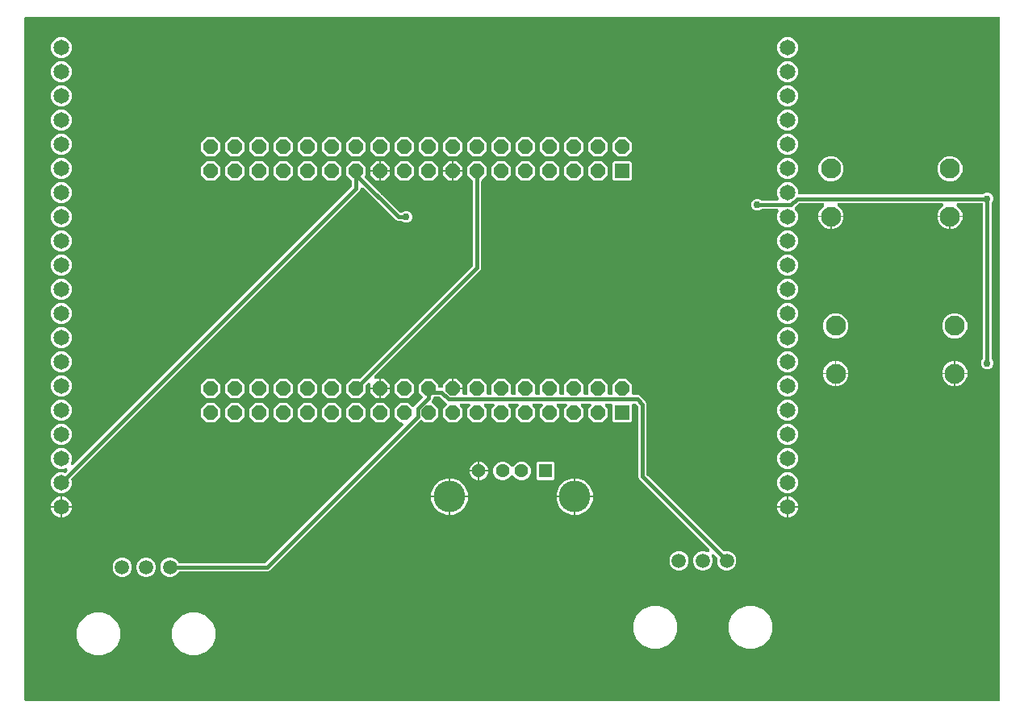
<source format=gbr>
G04 EAGLE Gerber RS-274X export*
G75*
%MOMM*%
%FSLAX34Y34*%
%LPD*%
%INBottom Copper*%
%IPPOS*%
%AMOC8*
5,1,8,0,0,1.08239X$1,22.5*%
G01*
G04 Define Apertures*
%ADD10R,1.428000X1.428000*%
%ADD11C,1.428000*%
%ADD12C,3.316000*%
%ADD13C,1.508000*%
%ADD14C,2.100000*%
%ADD15C,1.650000*%
%ADD16R,1.524000X1.524000*%
%ADD17P,1.64956X8X202.5*%
%ADD18C,0.756400*%
%ADD19C,0.381000*%
G36*
X1288523Y177316D02*
X1287780Y177165D01*
X267970Y177165D01*
X267283Y177293D01*
X266645Y177702D01*
X266216Y178327D01*
X266065Y179070D01*
X266065Y894080D01*
X266193Y894767D01*
X266602Y895405D01*
X267227Y895834D01*
X267970Y895985D01*
X1287780Y895985D01*
X1288467Y895857D01*
X1289105Y895448D01*
X1289534Y894823D01*
X1289685Y894080D01*
X1289685Y179070D01*
X1289557Y178383D01*
X1289148Y177745D01*
X1288523Y177316D01*
G37*
%LPC*%
G36*
X1064654Y852810D02*
X1068946Y852810D01*
X1072912Y854453D01*
X1075947Y857488D01*
X1077590Y861454D01*
X1077590Y865746D01*
X1075947Y869712D01*
X1072912Y872747D01*
X1068946Y874390D01*
X1064654Y874390D01*
X1060688Y872747D01*
X1057653Y869712D01*
X1056010Y865746D01*
X1056010Y861454D01*
X1057653Y857488D01*
X1060688Y854453D01*
X1064654Y852810D01*
G37*
G36*
X302654Y852810D02*
X306946Y852810D01*
X310912Y854453D01*
X313947Y857488D01*
X315590Y861454D01*
X315590Y865746D01*
X313947Y869712D01*
X310912Y872747D01*
X306946Y874390D01*
X302654Y874390D01*
X298688Y872747D01*
X295653Y869712D01*
X294010Y865746D01*
X294010Y861454D01*
X295653Y857488D01*
X298688Y854453D01*
X302654Y852810D01*
G37*
G36*
X1064654Y827410D02*
X1068946Y827410D01*
X1072912Y829053D01*
X1075947Y832088D01*
X1077590Y836054D01*
X1077590Y840346D01*
X1075947Y844312D01*
X1072912Y847347D01*
X1068946Y848990D01*
X1064654Y848990D01*
X1060688Y847347D01*
X1057653Y844312D01*
X1056010Y840346D01*
X1056010Y836054D01*
X1057653Y832088D01*
X1060688Y829053D01*
X1064654Y827410D01*
G37*
G36*
X302654Y827410D02*
X306946Y827410D01*
X310912Y829053D01*
X313947Y832088D01*
X315590Y836054D01*
X315590Y840346D01*
X313947Y844312D01*
X310912Y847347D01*
X306946Y848990D01*
X302654Y848990D01*
X298688Y847347D01*
X295653Y844312D01*
X294010Y840346D01*
X294010Y836054D01*
X295653Y832088D01*
X298688Y829053D01*
X302654Y827410D01*
G37*
G36*
X1064654Y802010D02*
X1068946Y802010D01*
X1072912Y803653D01*
X1075947Y806688D01*
X1077590Y810654D01*
X1077590Y814946D01*
X1075947Y818912D01*
X1072912Y821947D01*
X1068946Y823590D01*
X1064654Y823590D01*
X1060688Y821947D01*
X1057653Y818912D01*
X1056010Y814946D01*
X1056010Y810654D01*
X1057653Y806688D01*
X1060688Y803653D01*
X1064654Y802010D01*
G37*
G36*
X302654Y802010D02*
X306946Y802010D01*
X310912Y803653D01*
X313947Y806688D01*
X315590Y810654D01*
X315590Y814946D01*
X313947Y818912D01*
X310912Y821947D01*
X306946Y823590D01*
X302654Y823590D01*
X298688Y821947D01*
X295653Y818912D01*
X294010Y814946D01*
X294010Y810654D01*
X295653Y806688D01*
X298688Y803653D01*
X302654Y802010D01*
G37*
G36*
X1064654Y776610D02*
X1068946Y776610D01*
X1072912Y778253D01*
X1075947Y781288D01*
X1077590Y785254D01*
X1077590Y789546D01*
X1075947Y793512D01*
X1072912Y796547D01*
X1068946Y798190D01*
X1064654Y798190D01*
X1060688Y796547D01*
X1057653Y793512D01*
X1056010Y789546D01*
X1056010Y785254D01*
X1057653Y781288D01*
X1060688Y778253D01*
X1064654Y776610D01*
G37*
G36*
X302654Y776610D02*
X306946Y776610D01*
X310912Y778253D01*
X313947Y781288D01*
X315590Y785254D01*
X315590Y789546D01*
X313947Y793512D01*
X310912Y796547D01*
X306946Y798190D01*
X302654Y798190D01*
X298688Y796547D01*
X295653Y793512D01*
X294010Y789546D01*
X294010Y785254D01*
X295653Y781288D01*
X298688Y778253D01*
X302654Y776610D01*
G37*
G36*
X1064654Y751210D02*
X1068946Y751210D01*
X1072912Y752853D01*
X1075947Y755888D01*
X1077590Y759854D01*
X1077590Y764146D01*
X1075947Y768112D01*
X1072912Y771147D01*
X1068946Y772790D01*
X1064654Y772790D01*
X1060688Y771147D01*
X1057653Y768112D01*
X1056010Y764146D01*
X1056010Y759854D01*
X1057653Y755888D01*
X1060688Y752853D01*
X1064654Y751210D01*
G37*
G36*
X302654Y751210D02*
X306946Y751210D01*
X310912Y752853D01*
X313947Y755888D01*
X315590Y759854D01*
X315590Y764146D01*
X313947Y768112D01*
X310912Y771147D01*
X306946Y772790D01*
X302654Y772790D01*
X298688Y771147D01*
X295653Y768112D01*
X294010Y764146D01*
X294010Y759854D01*
X295653Y755888D01*
X298688Y752853D01*
X302654Y751210D01*
G37*
G36*
X889192Y749040D02*
X897608Y749040D01*
X903560Y754992D01*
X903560Y763408D01*
X897608Y769360D01*
X889192Y769360D01*
X883240Y763408D01*
X883240Y754992D01*
X889192Y749040D01*
G37*
G36*
X863792Y749040D02*
X872208Y749040D01*
X878160Y754992D01*
X878160Y763408D01*
X872208Y769360D01*
X863792Y769360D01*
X857840Y763408D01*
X857840Y754992D01*
X863792Y749040D01*
G37*
G36*
X838392Y749040D02*
X846808Y749040D01*
X852760Y754992D01*
X852760Y763408D01*
X846808Y769360D01*
X838392Y769360D01*
X832440Y763408D01*
X832440Y754992D01*
X838392Y749040D01*
G37*
G36*
X812992Y749040D02*
X821408Y749040D01*
X827360Y754992D01*
X827360Y763408D01*
X821408Y769360D01*
X812992Y769360D01*
X807040Y763408D01*
X807040Y754992D01*
X812992Y749040D01*
G37*
G36*
X787592Y749040D02*
X796008Y749040D01*
X801960Y754992D01*
X801960Y763408D01*
X796008Y769360D01*
X787592Y769360D01*
X781640Y763408D01*
X781640Y754992D01*
X787592Y749040D01*
G37*
G36*
X762192Y749040D02*
X770608Y749040D01*
X776560Y754992D01*
X776560Y763408D01*
X770608Y769360D01*
X762192Y769360D01*
X756240Y763408D01*
X756240Y754992D01*
X762192Y749040D01*
G37*
G36*
X736792Y749040D02*
X745208Y749040D01*
X751160Y754992D01*
X751160Y763408D01*
X745208Y769360D01*
X736792Y769360D01*
X730840Y763408D01*
X730840Y754992D01*
X736792Y749040D01*
G37*
G36*
X711392Y749040D02*
X719808Y749040D01*
X725760Y754992D01*
X725760Y763408D01*
X719808Y769360D01*
X711392Y769360D01*
X705440Y763408D01*
X705440Y754992D01*
X711392Y749040D01*
G37*
G36*
X685992Y749040D02*
X694408Y749040D01*
X700360Y754992D01*
X700360Y763408D01*
X694408Y769360D01*
X685992Y769360D01*
X680040Y763408D01*
X680040Y754992D01*
X685992Y749040D01*
G37*
G36*
X660592Y749040D02*
X669008Y749040D01*
X674960Y754992D01*
X674960Y763408D01*
X669008Y769360D01*
X660592Y769360D01*
X654640Y763408D01*
X654640Y754992D01*
X660592Y749040D01*
G37*
G36*
X635192Y749040D02*
X643608Y749040D01*
X649560Y754992D01*
X649560Y763408D01*
X643608Y769360D01*
X635192Y769360D01*
X629240Y763408D01*
X629240Y754992D01*
X635192Y749040D01*
G37*
G36*
X609792Y749040D02*
X618208Y749040D01*
X624160Y754992D01*
X624160Y763408D01*
X618208Y769360D01*
X609792Y769360D01*
X603840Y763408D01*
X603840Y754992D01*
X609792Y749040D01*
G37*
G36*
X584392Y749040D02*
X592808Y749040D01*
X598760Y754992D01*
X598760Y763408D01*
X592808Y769360D01*
X584392Y769360D01*
X578440Y763408D01*
X578440Y754992D01*
X584392Y749040D01*
G37*
G36*
X558992Y749040D02*
X567408Y749040D01*
X573360Y754992D01*
X573360Y763408D01*
X567408Y769360D01*
X558992Y769360D01*
X553040Y763408D01*
X553040Y754992D01*
X558992Y749040D01*
G37*
G36*
X533592Y749040D02*
X542008Y749040D01*
X547960Y754992D01*
X547960Y763408D01*
X542008Y769360D01*
X533592Y769360D01*
X527640Y763408D01*
X527640Y754992D01*
X533592Y749040D01*
G37*
G36*
X508192Y749040D02*
X516608Y749040D01*
X522560Y754992D01*
X522560Y763408D01*
X516608Y769360D01*
X508192Y769360D01*
X502240Y763408D01*
X502240Y754992D01*
X508192Y749040D01*
G37*
G36*
X482792Y749040D02*
X491208Y749040D01*
X497160Y754992D01*
X497160Y763408D01*
X491208Y769360D01*
X482792Y769360D01*
X476840Y763408D01*
X476840Y754992D01*
X482792Y749040D01*
G37*
G36*
X457392Y749040D02*
X465808Y749040D01*
X471760Y754992D01*
X471760Y763408D01*
X465808Y769360D01*
X457392Y769360D01*
X451440Y763408D01*
X451440Y754992D01*
X457392Y749040D01*
G37*
G36*
X1234656Y723160D02*
X1239844Y723160D01*
X1244637Y725145D01*
X1248305Y728813D01*
X1250290Y733606D01*
X1250290Y738794D01*
X1248305Y743587D01*
X1244637Y747255D01*
X1239844Y749240D01*
X1234656Y749240D01*
X1229863Y747255D01*
X1226195Y743587D01*
X1224210Y738794D01*
X1224210Y733606D01*
X1226195Y728813D01*
X1229863Y725145D01*
X1234656Y723160D01*
G37*
G36*
X1109656Y723160D02*
X1114844Y723160D01*
X1119637Y725145D01*
X1123305Y728813D01*
X1125290Y733606D01*
X1125290Y738794D01*
X1123305Y743587D01*
X1119637Y747255D01*
X1114844Y749240D01*
X1109656Y749240D01*
X1104863Y747255D01*
X1101195Y743587D01*
X1099210Y738794D01*
X1099210Y733606D01*
X1101195Y728813D01*
X1104863Y725145D01*
X1109656Y723160D01*
G37*
G36*
X1064654Y725810D02*
X1068946Y725810D01*
X1072912Y727453D01*
X1075947Y730488D01*
X1077590Y734454D01*
X1077590Y738746D01*
X1075947Y742712D01*
X1072912Y745747D01*
X1068946Y747390D01*
X1064654Y747390D01*
X1060688Y745747D01*
X1057653Y742712D01*
X1056010Y738746D01*
X1056010Y734454D01*
X1057653Y730488D01*
X1060688Y727453D01*
X1064654Y725810D01*
G37*
G36*
X302654Y725810D02*
X306946Y725810D01*
X310912Y727453D01*
X313947Y730488D01*
X315590Y734454D01*
X315590Y738746D01*
X313947Y742712D01*
X310912Y745747D01*
X306946Y747390D01*
X302654Y747390D01*
X298688Y745747D01*
X295653Y742712D01*
X294010Y738746D01*
X294010Y734454D01*
X295653Y730488D01*
X298688Y727453D01*
X302654Y725810D01*
G37*
G36*
X838392Y723640D02*
X846808Y723640D01*
X852760Y729592D01*
X852760Y738008D01*
X846808Y743960D01*
X838392Y743960D01*
X832440Y738008D01*
X832440Y729592D01*
X838392Y723640D01*
G37*
G36*
X812992Y723640D02*
X821408Y723640D01*
X827360Y729592D01*
X827360Y738008D01*
X821408Y743960D01*
X812992Y743960D01*
X807040Y738008D01*
X807040Y729592D01*
X812992Y723640D01*
G37*
G36*
X787592Y723640D02*
X796008Y723640D01*
X801960Y729592D01*
X801960Y738008D01*
X796008Y743960D01*
X787592Y743960D01*
X781640Y738008D01*
X781640Y729592D01*
X787592Y723640D01*
G37*
G36*
X762192Y723640D02*
X770608Y723640D01*
X776560Y729592D01*
X776560Y738008D01*
X770608Y743960D01*
X762192Y743960D01*
X756240Y738008D01*
X756240Y729592D01*
X762192Y723640D01*
G37*
G36*
X609792Y495040D02*
X618208Y495040D01*
X624160Y500992D01*
X624160Y508285D01*
X624299Y509000D01*
X624718Y509632D01*
X625988Y510902D01*
X626536Y511284D01*
X627274Y511459D01*
X628022Y511332D01*
X628660Y510923D01*
X629089Y510298D01*
X629240Y509555D01*
X629240Y505962D01*
X638638Y505962D01*
X638638Y515360D01*
X635045Y515360D01*
X634387Y515477D01*
X633742Y515876D01*
X633303Y516494D01*
X633141Y517235D01*
X633280Y517980D01*
X633698Y518612D01*
X744768Y629682D01*
X745445Y631316D01*
X745445Y723088D01*
X745584Y723803D01*
X746003Y724435D01*
X751160Y729592D01*
X751160Y738008D01*
X745208Y743960D01*
X736792Y743960D01*
X730840Y738008D01*
X730840Y729592D01*
X735997Y724435D01*
X736404Y723831D01*
X736555Y723088D01*
X736555Y634830D01*
X736416Y634115D01*
X735997Y633483D01*
X618432Y515918D01*
X617828Y515511D01*
X617085Y515360D01*
X609792Y515360D01*
X603840Y509408D01*
X603840Y500992D01*
X609792Y495040D01*
G37*
G36*
X863792Y723640D02*
X872208Y723640D01*
X878160Y729592D01*
X878160Y738008D01*
X872208Y743960D01*
X863792Y743960D01*
X857840Y738008D01*
X857840Y729592D01*
X863792Y723640D01*
G37*
G36*
X705440Y734562D02*
X714838Y734562D01*
X714838Y743960D01*
X711392Y743960D01*
X705440Y738008D01*
X705440Y734562D01*
G37*
G36*
X685992Y723640D02*
X694408Y723640D01*
X700360Y729592D01*
X700360Y738008D01*
X694408Y743960D01*
X685992Y743960D01*
X680040Y738008D01*
X680040Y729592D01*
X685992Y723640D01*
G37*
G36*
X660592Y723640D02*
X669008Y723640D01*
X674960Y729592D01*
X674960Y738008D01*
X669008Y743960D01*
X660592Y743960D01*
X654640Y738008D01*
X654640Y729592D01*
X660592Y723640D01*
G37*
G36*
X629240Y734562D02*
X638638Y734562D01*
X638638Y743960D01*
X635192Y743960D01*
X629240Y738008D01*
X629240Y734562D01*
G37*
G36*
X884728Y723640D02*
X902072Y723640D01*
X903560Y725128D01*
X903560Y742472D01*
X902072Y743960D01*
X884728Y743960D01*
X883240Y742472D01*
X883240Y725128D01*
X884728Y723640D01*
G37*
G36*
X716362Y734562D02*
X725760Y734562D01*
X725760Y738008D01*
X719808Y743960D01*
X716362Y743960D01*
X716362Y734562D01*
G37*
G36*
X640162Y734562D02*
X649560Y734562D01*
X649560Y738008D01*
X643608Y743960D01*
X640162Y743960D01*
X640162Y734562D01*
G37*
G36*
X584392Y723640D02*
X592808Y723640D01*
X598760Y729592D01*
X598760Y738008D01*
X592808Y743960D01*
X584392Y743960D01*
X578440Y738008D01*
X578440Y729592D01*
X584392Y723640D01*
G37*
G36*
X558992Y723640D02*
X567408Y723640D01*
X573360Y729592D01*
X573360Y738008D01*
X567408Y743960D01*
X558992Y743960D01*
X553040Y738008D01*
X553040Y729592D01*
X558992Y723640D01*
G37*
G36*
X302654Y395610D02*
X306946Y395610D01*
X310912Y397253D01*
X313947Y400288D01*
X315590Y404254D01*
X315590Y408546D01*
X315387Y409037D01*
X315242Y409736D01*
X315381Y410481D01*
X315800Y411113D01*
X617768Y713082D01*
X618445Y714716D01*
X618445Y714920D01*
X618562Y715578D01*
X618961Y716223D01*
X619579Y716662D01*
X620320Y716824D01*
X621065Y716685D01*
X621697Y716267D01*
X655932Y682032D01*
X657566Y681355D01*
X661465Y681355D01*
X662180Y681216D01*
X662812Y680797D01*
X663169Y680441D01*
X665493Y679478D01*
X668007Y679478D01*
X670331Y680441D01*
X672109Y682219D01*
X673072Y684543D01*
X673072Y687057D01*
X672109Y689381D01*
X670331Y691159D01*
X668007Y692122D01*
X665493Y692122D01*
X663169Y691159D01*
X662812Y690803D01*
X662208Y690396D01*
X661465Y690245D01*
X661080Y690245D01*
X660365Y690384D01*
X659733Y690803D01*
X623899Y726637D01*
X623504Y727213D01*
X623342Y727954D01*
X623481Y728699D01*
X623899Y729331D01*
X624160Y729592D01*
X624160Y738008D01*
X618208Y743960D01*
X609792Y743960D01*
X603840Y738008D01*
X603840Y729592D01*
X608997Y724435D01*
X609404Y723831D01*
X609555Y723088D01*
X609555Y718230D01*
X609416Y717515D01*
X608997Y716883D01*
X317994Y425880D01*
X317459Y425504D01*
X316723Y425324D01*
X315974Y425445D01*
X315332Y425848D01*
X314899Y426470D01*
X314742Y427212D01*
X314887Y427956D01*
X315590Y429654D01*
X315590Y433946D01*
X313947Y437912D01*
X310912Y440947D01*
X306946Y442590D01*
X302654Y442590D01*
X298688Y440947D01*
X295653Y437912D01*
X294010Y433946D01*
X294010Y429654D01*
X295653Y425688D01*
X298688Y422653D01*
X302654Y421010D01*
X306946Y421010D01*
X308644Y421713D01*
X309282Y421856D01*
X310031Y421741D01*
X310676Y421342D01*
X311115Y420724D01*
X311278Y419984D01*
X311139Y419238D01*
X310720Y418606D01*
X309513Y417400D01*
X308923Y416998D01*
X308182Y416842D01*
X307437Y416987D01*
X306946Y417190D01*
X302654Y417190D01*
X298688Y415547D01*
X295653Y412512D01*
X294010Y408546D01*
X294010Y404254D01*
X295653Y400288D01*
X298688Y397253D01*
X302654Y395610D01*
G37*
G36*
X533592Y723640D02*
X542008Y723640D01*
X547960Y729592D01*
X547960Y738008D01*
X542008Y743960D01*
X533592Y743960D01*
X527640Y738008D01*
X527640Y729592D01*
X533592Y723640D01*
G37*
G36*
X508192Y723640D02*
X516608Y723640D01*
X522560Y729592D01*
X522560Y738008D01*
X516608Y743960D01*
X508192Y743960D01*
X502240Y738008D01*
X502240Y729592D01*
X508192Y723640D01*
G37*
G36*
X457392Y723640D02*
X465808Y723640D01*
X471760Y729592D01*
X471760Y738008D01*
X465808Y743960D01*
X457392Y743960D01*
X451440Y738008D01*
X451440Y729592D01*
X457392Y723640D01*
G37*
G36*
X482792Y723640D02*
X491208Y723640D01*
X497160Y729592D01*
X497160Y738008D01*
X491208Y743960D01*
X482792Y743960D01*
X476840Y738008D01*
X476840Y729592D01*
X482792Y723640D01*
G37*
G36*
X711392Y723640D02*
X714838Y723640D01*
X714838Y733038D01*
X705440Y733038D01*
X705440Y729592D01*
X711392Y723640D01*
G37*
G36*
X716362Y723640D02*
X719808Y723640D01*
X725760Y729592D01*
X725760Y733038D01*
X716362Y733038D01*
X716362Y723640D01*
G37*
G36*
X640162Y723640D02*
X643608Y723640D01*
X649560Y729592D01*
X649560Y733038D01*
X640162Y733038D01*
X640162Y723640D01*
G37*
G36*
X635192Y723640D02*
X638638Y723640D01*
X638638Y733038D01*
X629240Y733038D01*
X629240Y729592D01*
X635192Y723640D01*
G37*
G36*
X1275093Y525657D02*
X1277607Y525657D01*
X1279931Y526620D01*
X1281709Y528398D01*
X1282672Y530722D01*
X1282672Y533237D01*
X1281709Y535560D01*
X1281353Y535917D01*
X1280946Y536521D01*
X1280795Y537264D01*
X1280795Y699565D01*
X1280934Y700280D01*
X1281353Y700912D01*
X1281709Y701269D01*
X1282672Y703593D01*
X1282672Y706107D01*
X1281709Y708431D01*
X1279931Y710209D01*
X1277607Y711172D01*
X1275093Y711172D01*
X1272769Y710209D01*
X1272412Y709853D01*
X1271808Y709446D01*
X1271065Y709295D01*
X1079495Y709295D01*
X1078808Y709423D01*
X1078170Y709832D01*
X1077741Y710457D01*
X1077590Y711200D01*
X1077590Y713346D01*
X1075947Y717312D01*
X1072912Y720347D01*
X1068946Y721990D01*
X1064654Y721990D01*
X1060688Y720347D01*
X1057653Y717312D01*
X1056010Y713346D01*
X1056010Y709054D01*
X1057449Y705579D01*
X1057593Y704911D01*
X1057466Y704163D01*
X1057058Y703525D01*
X1056432Y703096D01*
X1055689Y702945D01*
X1040335Y702945D01*
X1039620Y703084D01*
X1038988Y703503D01*
X1038631Y703859D01*
X1036307Y704822D01*
X1033793Y704822D01*
X1031469Y703859D01*
X1029691Y702081D01*
X1028728Y699757D01*
X1028728Y697243D01*
X1029691Y694919D01*
X1031469Y693141D01*
X1033793Y692178D01*
X1036307Y692178D01*
X1038631Y693141D01*
X1038988Y693497D01*
X1039592Y693904D01*
X1040335Y694055D01*
X1055689Y694055D01*
X1056362Y693932D01*
X1057004Y693529D01*
X1057437Y692907D01*
X1057594Y692165D01*
X1057449Y691421D01*
X1056010Y687946D01*
X1056010Y683654D01*
X1057653Y679688D01*
X1060688Y676653D01*
X1064654Y675010D01*
X1068946Y675010D01*
X1072912Y676653D01*
X1075947Y679688D01*
X1077590Y683654D01*
X1077590Y687946D01*
X1075947Y691912D01*
X1074478Y693381D01*
X1074083Y693957D01*
X1073920Y694698D01*
X1074059Y695443D01*
X1074478Y696075D01*
X1078250Y699847D01*
X1078854Y700254D01*
X1079597Y700405D01*
X1103415Y700405D01*
X1104073Y700288D01*
X1104718Y699889D01*
X1105157Y699271D01*
X1105319Y698530D01*
X1105180Y697785D01*
X1104762Y697153D01*
X1101195Y693587D01*
X1099210Y688794D01*
X1099210Y686962D01*
X1125290Y686962D01*
X1125290Y688794D01*
X1123305Y693587D01*
X1119738Y697153D01*
X1119356Y697701D01*
X1119181Y698439D01*
X1119309Y699187D01*
X1119717Y699825D01*
X1120342Y700254D01*
X1121085Y700405D01*
X1228415Y700405D01*
X1229073Y700288D01*
X1229718Y699889D01*
X1230157Y699271D01*
X1230319Y698530D01*
X1230180Y697785D01*
X1229762Y697153D01*
X1226195Y693587D01*
X1224210Y688794D01*
X1224210Y686962D01*
X1250290Y686962D01*
X1250290Y688794D01*
X1248305Y693587D01*
X1244738Y697153D01*
X1244356Y697701D01*
X1244181Y698439D01*
X1244309Y699187D01*
X1244717Y699825D01*
X1245342Y700254D01*
X1246085Y700405D01*
X1270000Y700405D01*
X1270687Y700277D01*
X1271325Y699868D01*
X1271754Y699243D01*
X1271905Y698500D01*
X1271905Y537264D01*
X1271766Y536549D01*
X1271347Y535917D01*
X1270991Y535560D01*
X1270028Y533237D01*
X1270028Y530722D01*
X1270991Y528398D01*
X1272769Y526620D01*
X1275093Y525657D01*
G37*
G36*
X302654Y700410D02*
X306946Y700410D01*
X310912Y702053D01*
X313947Y705088D01*
X315590Y709054D01*
X315590Y713346D01*
X313947Y717312D01*
X310912Y720347D01*
X306946Y721990D01*
X302654Y721990D01*
X298688Y720347D01*
X295653Y717312D01*
X294010Y713346D01*
X294010Y709054D01*
X295653Y705088D01*
X298688Y702053D01*
X302654Y700410D01*
G37*
G36*
X302654Y675010D02*
X306946Y675010D01*
X310912Y676653D01*
X313947Y679688D01*
X315590Y683654D01*
X315590Y687946D01*
X313947Y691912D01*
X310912Y694947D01*
X306946Y696590D01*
X302654Y696590D01*
X298688Y694947D01*
X295653Y691912D01*
X294010Y687946D01*
X294010Y683654D01*
X295653Y679688D01*
X298688Y676653D01*
X302654Y675010D01*
G37*
G36*
X1238012Y673160D02*
X1239844Y673160D01*
X1244637Y675145D01*
X1248305Y678813D01*
X1250290Y683606D01*
X1250290Y685438D01*
X1238012Y685438D01*
X1238012Y673160D01*
G37*
G36*
X1234656Y673160D02*
X1236488Y673160D01*
X1236488Y685438D01*
X1224210Y685438D01*
X1224210Y683606D01*
X1226195Y678813D01*
X1229863Y675145D01*
X1234656Y673160D01*
G37*
G36*
X1113012Y673160D02*
X1114844Y673160D01*
X1119637Y675145D01*
X1123305Y678813D01*
X1125290Y683606D01*
X1125290Y685438D01*
X1113012Y685438D01*
X1113012Y673160D01*
G37*
G36*
X1109656Y673160D02*
X1111488Y673160D01*
X1111488Y685438D01*
X1099210Y685438D01*
X1099210Y683606D01*
X1101195Y678813D01*
X1104863Y675145D01*
X1109656Y673160D01*
G37*
G36*
X1064654Y649610D02*
X1068946Y649610D01*
X1072912Y651253D01*
X1075947Y654288D01*
X1077590Y658254D01*
X1077590Y662546D01*
X1075947Y666512D01*
X1072912Y669547D01*
X1068946Y671190D01*
X1064654Y671190D01*
X1060688Y669547D01*
X1057653Y666512D01*
X1056010Y662546D01*
X1056010Y658254D01*
X1057653Y654288D01*
X1060688Y651253D01*
X1064654Y649610D01*
G37*
G36*
X302654Y649610D02*
X306946Y649610D01*
X310912Y651253D01*
X313947Y654288D01*
X315590Y658254D01*
X315590Y662546D01*
X313947Y666512D01*
X310912Y669547D01*
X306946Y671190D01*
X302654Y671190D01*
X298688Y669547D01*
X295653Y666512D01*
X294010Y662546D01*
X294010Y658254D01*
X295653Y654288D01*
X298688Y651253D01*
X302654Y649610D01*
G37*
G36*
X1064654Y624210D02*
X1068946Y624210D01*
X1072912Y625853D01*
X1075947Y628888D01*
X1077590Y632854D01*
X1077590Y637146D01*
X1075947Y641112D01*
X1072912Y644147D01*
X1068946Y645790D01*
X1064654Y645790D01*
X1060688Y644147D01*
X1057653Y641112D01*
X1056010Y637146D01*
X1056010Y632854D01*
X1057653Y628888D01*
X1060688Y625853D01*
X1064654Y624210D01*
G37*
G36*
X302654Y624210D02*
X306946Y624210D01*
X310912Y625853D01*
X313947Y628888D01*
X315590Y632854D01*
X315590Y637146D01*
X313947Y641112D01*
X310912Y644147D01*
X306946Y645790D01*
X302654Y645790D01*
X298688Y644147D01*
X295653Y641112D01*
X294010Y637146D01*
X294010Y632854D01*
X295653Y628888D01*
X298688Y625853D01*
X302654Y624210D01*
G37*
G36*
X1064654Y598810D02*
X1068946Y598810D01*
X1072912Y600453D01*
X1075947Y603488D01*
X1077590Y607454D01*
X1077590Y611746D01*
X1075947Y615712D01*
X1072912Y618747D01*
X1068946Y620390D01*
X1064654Y620390D01*
X1060688Y618747D01*
X1057653Y615712D01*
X1056010Y611746D01*
X1056010Y607454D01*
X1057653Y603488D01*
X1060688Y600453D01*
X1064654Y598810D01*
G37*
G36*
X302654Y598810D02*
X306946Y598810D01*
X310912Y600453D01*
X313947Y603488D01*
X315590Y607454D01*
X315590Y611746D01*
X313947Y615712D01*
X310912Y618747D01*
X306946Y620390D01*
X302654Y620390D01*
X298688Y618747D01*
X295653Y615712D01*
X294010Y611746D01*
X294010Y607454D01*
X295653Y603488D01*
X298688Y600453D01*
X302654Y598810D01*
G37*
G36*
X1064654Y573410D02*
X1068946Y573410D01*
X1072912Y575053D01*
X1075947Y578088D01*
X1077590Y582054D01*
X1077590Y586346D01*
X1075947Y590312D01*
X1072912Y593347D01*
X1068946Y594990D01*
X1064654Y594990D01*
X1060688Y593347D01*
X1057653Y590312D01*
X1056010Y586346D01*
X1056010Y582054D01*
X1057653Y578088D01*
X1060688Y575053D01*
X1064654Y573410D01*
G37*
G36*
X302654Y573410D02*
X306946Y573410D01*
X310912Y575053D01*
X313947Y578088D01*
X315590Y582054D01*
X315590Y586346D01*
X313947Y590312D01*
X310912Y593347D01*
X306946Y594990D01*
X302654Y594990D01*
X298688Y593347D01*
X295653Y590312D01*
X294010Y586346D01*
X294010Y582054D01*
X295653Y578088D01*
X298688Y575053D01*
X302654Y573410D01*
G37*
G36*
X1239634Y558060D02*
X1244822Y558060D01*
X1249615Y560045D01*
X1253283Y563713D01*
X1255268Y568506D01*
X1255268Y573694D01*
X1253283Y578487D01*
X1249615Y582155D01*
X1244822Y584140D01*
X1239634Y584140D01*
X1234841Y582155D01*
X1231173Y578487D01*
X1229188Y573694D01*
X1229188Y568506D01*
X1231173Y563713D01*
X1234841Y560045D01*
X1239634Y558060D01*
G37*
G36*
X1114634Y558060D02*
X1119822Y558060D01*
X1124615Y560045D01*
X1128283Y563713D01*
X1130268Y568506D01*
X1130268Y573694D01*
X1128283Y578487D01*
X1124615Y582155D01*
X1119822Y584140D01*
X1114634Y584140D01*
X1109841Y582155D01*
X1106173Y578487D01*
X1104188Y573694D01*
X1104188Y568506D01*
X1106173Y563713D01*
X1109841Y560045D01*
X1114634Y558060D01*
G37*
G36*
X302654Y548010D02*
X306946Y548010D01*
X310912Y549653D01*
X313947Y552688D01*
X315590Y556654D01*
X315590Y560946D01*
X313947Y564912D01*
X310912Y567947D01*
X306946Y569590D01*
X302654Y569590D01*
X298688Y567947D01*
X295653Y564912D01*
X294010Y560946D01*
X294010Y556654D01*
X295653Y552688D01*
X298688Y549653D01*
X302654Y548010D01*
G37*
G36*
X1064654Y548010D02*
X1068946Y548010D01*
X1072912Y549653D01*
X1075947Y552688D01*
X1077590Y556654D01*
X1077590Y560946D01*
X1075947Y564912D01*
X1072912Y567947D01*
X1068946Y569590D01*
X1064654Y569590D01*
X1060688Y567947D01*
X1057653Y564912D01*
X1056010Y560946D01*
X1056010Y556654D01*
X1057653Y552688D01*
X1060688Y549653D01*
X1064654Y548010D01*
G37*
G36*
X302654Y522610D02*
X306946Y522610D01*
X310912Y524253D01*
X313947Y527288D01*
X315590Y531254D01*
X315590Y535546D01*
X313947Y539512D01*
X310912Y542547D01*
X306946Y544190D01*
X302654Y544190D01*
X298688Y542547D01*
X295653Y539512D01*
X294010Y535546D01*
X294010Y531254D01*
X295653Y527288D01*
X298688Y524253D01*
X302654Y522610D01*
G37*
G36*
X1064654Y522610D02*
X1068946Y522610D01*
X1072912Y524253D01*
X1075947Y527288D01*
X1077590Y531254D01*
X1077590Y535546D01*
X1075947Y539512D01*
X1072912Y542547D01*
X1068946Y544190D01*
X1064654Y544190D01*
X1060688Y542547D01*
X1057653Y539512D01*
X1056010Y535546D01*
X1056010Y531254D01*
X1057653Y527288D01*
X1060688Y524253D01*
X1064654Y522610D01*
G37*
G36*
X1104188Y521862D02*
X1116466Y521862D01*
X1116466Y534140D01*
X1114634Y534140D01*
X1109841Y532155D01*
X1106173Y528487D01*
X1104188Y523694D01*
X1104188Y521862D01*
G37*
G36*
X1229188Y521862D02*
X1241466Y521862D01*
X1241466Y534140D01*
X1239634Y534140D01*
X1234841Y532155D01*
X1231173Y528487D01*
X1229188Y523694D01*
X1229188Y521862D01*
G37*
G36*
X1242990Y521862D02*
X1255268Y521862D01*
X1255268Y523694D01*
X1253283Y528487D01*
X1249615Y532155D01*
X1244822Y534140D01*
X1242990Y534140D01*
X1242990Y521862D01*
G37*
G36*
X1117990Y521862D02*
X1130268Y521862D01*
X1130268Y523694D01*
X1128283Y528487D01*
X1124615Y532155D01*
X1119822Y534140D01*
X1117990Y534140D01*
X1117990Y521862D01*
G37*
G36*
X1114634Y508060D02*
X1116466Y508060D01*
X1116466Y520338D01*
X1104188Y520338D01*
X1104188Y518506D01*
X1106173Y513713D01*
X1109841Y510045D01*
X1114634Y508060D01*
G37*
G36*
X1117990Y508060D02*
X1119822Y508060D01*
X1124615Y510045D01*
X1128283Y513713D01*
X1130268Y518506D01*
X1130268Y520338D01*
X1117990Y520338D01*
X1117990Y508060D01*
G37*
G36*
X1242990Y508060D02*
X1244822Y508060D01*
X1249615Y510045D01*
X1253283Y513713D01*
X1255268Y518506D01*
X1255268Y520338D01*
X1242990Y520338D01*
X1242990Y508060D01*
G37*
G36*
X1239634Y508060D02*
X1241466Y508060D01*
X1241466Y520338D01*
X1229188Y520338D01*
X1229188Y518506D01*
X1231173Y513713D01*
X1234841Y510045D01*
X1239634Y508060D01*
G37*
G36*
X1064654Y497210D02*
X1068946Y497210D01*
X1072912Y498853D01*
X1075947Y501888D01*
X1077590Y505854D01*
X1077590Y510146D01*
X1075947Y514112D01*
X1072912Y517147D01*
X1068946Y518790D01*
X1064654Y518790D01*
X1060688Y517147D01*
X1057653Y514112D01*
X1056010Y510146D01*
X1056010Y505854D01*
X1057653Y501888D01*
X1060688Y498853D01*
X1064654Y497210D01*
G37*
G36*
X302654Y497210D02*
X306946Y497210D01*
X310912Y498853D01*
X313947Y501888D01*
X315590Y505854D01*
X315590Y510146D01*
X313947Y514112D01*
X310912Y517147D01*
X306946Y518790D01*
X302654Y518790D01*
X298688Y517147D01*
X295653Y514112D01*
X294010Y510146D01*
X294010Y505854D01*
X295653Y501888D01*
X298688Y498853D01*
X302654Y497210D01*
G37*
G36*
X558992Y495040D02*
X567408Y495040D01*
X573360Y500992D01*
X573360Y509408D01*
X567408Y515360D01*
X558992Y515360D01*
X553040Y509408D01*
X553040Y500992D01*
X558992Y495040D01*
G37*
G36*
X584392Y495040D02*
X592808Y495040D01*
X598760Y500992D01*
X598760Y509408D01*
X592808Y515360D01*
X584392Y515360D01*
X578440Y509408D01*
X578440Y500992D01*
X584392Y495040D01*
G37*
G36*
X416695Y307420D02*
X420705Y307420D01*
X424410Y308955D01*
X427245Y311790D01*
X427282Y311879D01*
X427674Y312475D01*
X428299Y312904D01*
X429042Y313055D01*
X521285Y313055D01*
X522919Y313732D01*
X681062Y471875D01*
X681639Y472270D01*
X682379Y472433D01*
X683124Y472294D01*
X683756Y471875D01*
X685992Y469640D01*
X694408Y469640D01*
X700360Y475592D01*
X700360Y484008D01*
X694062Y490307D01*
X693666Y490883D01*
X693504Y491624D01*
X693643Y492369D01*
X693916Y492781D01*
X694665Y494589D01*
X694784Y495203D01*
X695203Y495835D01*
X696015Y496647D01*
X696619Y497054D01*
X697362Y497205D01*
X700894Y497205D01*
X701609Y497066D01*
X702241Y496647D01*
X708697Y490191D01*
X708786Y490134D01*
X709224Y489515D01*
X709387Y488775D01*
X709248Y488030D01*
X708829Y487398D01*
X705440Y484008D01*
X705440Y475592D01*
X711392Y469640D01*
X719808Y469640D01*
X725760Y475592D01*
X725760Y484008D01*
X723314Y486454D01*
X722932Y487002D01*
X722757Y487740D01*
X722885Y488488D01*
X723293Y489126D01*
X723918Y489555D01*
X724661Y489706D01*
X731939Y489706D01*
X732597Y489589D01*
X733242Y489190D01*
X733681Y488572D01*
X733843Y487831D01*
X733704Y487086D01*
X733286Y486454D01*
X730840Y484008D01*
X730840Y475592D01*
X736792Y469640D01*
X745208Y469640D01*
X751160Y475592D01*
X751160Y484008D01*
X748714Y486454D01*
X748332Y487002D01*
X748157Y487740D01*
X748285Y488488D01*
X748693Y489126D01*
X749318Y489555D01*
X750061Y489706D01*
X757339Y489706D01*
X757997Y489589D01*
X758642Y489190D01*
X759081Y488572D01*
X759243Y487831D01*
X759104Y487086D01*
X758686Y486454D01*
X756240Y484008D01*
X756240Y475592D01*
X762192Y469640D01*
X770608Y469640D01*
X776560Y475592D01*
X776560Y484008D01*
X774114Y486454D01*
X773732Y487002D01*
X773557Y487740D01*
X773685Y488488D01*
X774093Y489126D01*
X774718Y489555D01*
X775461Y489706D01*
X782739Y489706D01*
X783397Y489589D01*
X784042Y489190D01*
X784481Y488572D01*
X784643Y487831D01*
X784504Y487086D01*
X784086Y486454D01*
X781640Y484008D01*
X781640Y475592D01*
X787592Y469640D01*
X796008Y469640D01*
X801960Y475592D01*
X801960Y484008D01*
X799514Y486454D01*
X799132Y487002D01*
X798957Y487740D01*
X799085Y488488D01*
X799493Y489126D01*
X800118Y489555D01*
X800861Y489706D01*
X808139Y489706D01*
X808797Y489589D01*
X809442Y489190D01*
X809881Y488572D01*
X810043Y487831D01*
X809904Y487086D01*
X809486Y486454D01*
X807040Y484008D01*
X807040Y475592D01*
X812992Y469640D01*
X821408Y469640D01*
X827360Y475592D01*
X827360Y484008D01*
X824914Y486454D01*
X824532Y487002D01*
X824357Y487740D01*
X824485Y488488D01*
X824893Y489126D01*
X825518Y489555D01*
X826261Y489706D01*
X833539Y489706D01*
X834197Y489589D01*
X834842Y489190D01*
X835281Y488572D01*
X835443Y487831D01*
X835304Y487086D01*
X834886Y486454D01*
X832440Y484008D01*
X832440Y475592D01*
X838392Y469640D01*
X846808Y469640D01*
X852760Y475592D01*
X852760Y484008D01*
X850314Y486454D01*
X849932Y487002D01*
X849757Y487740D01*
X849885Y488488D01*
X850293Y489126D01*
X850918Y489555D01*
X851661Y489706D01*
X858939Y489706D01*
X859597Y489589D01*
X860242Y489190D01*
X860681Y488572D01*
X860843Y487831D01*
X860704Y487086D01*
X860286Y486454D01*
X857840Y484008D01*
X857840Y475592D01*
X863792Y469640D01*
X872208Y469640D01*
X878160Y475592D01*
X878160Y484008D01*
X875714Y486454D01*
X875332Y487002D01*
X875157Y487740D01*
X875285Y488488D01*
X875693Y489126D01*
X876318Y489555D01*
X877061Y489706D01*
X881335Y489706D01*
X882022Y489578D01*
X882660Y489169D01*
X883089Y488544D01*
X883240Y487801D01*
X883240Y471128D01*
X884728Y469640D01*
X902072Y469640D01*
X903560Y471128D01*
X903560Y487801D01*
X903688Y488488D01*
X904097Y489126D01*
X904722Y489555D01*
X905465Y489706D01*
X906569Y489706D01*
X907284Y489567D01*
X907916Y489148D01*
X909397Y487667D01*
X909804Y487063D01*
X909955Y486320D01*
X909955Y412054D01*
X910632Y410420D01*
X984449Y336603D01*
X984825Y336068D01*
X985005Y335332D01*
X984884Y334583D01*
X984481Y333941D01*
X983859Y333508D01*
X983117Y333351D01*
X982373Y333496D01*
X979905Y334518D01*
X975895Y334518D01*
X972190Y332983D01*
X969355Y330148D01*
X967820Y326443D01*
X967820Y322433D01*
X969355Y318728D01*
X972190Y315893D01*
X975895Y314358D01*
X979905Y314358D01*
X983610Y315893D01*
X986445Y318728D01*
X987980Y322433D01*
X987980Y326443D01*
X986958Y328911D01*
X986815Y329549D01*
X986930Y330298D01*
X987328Y330943D01*
X987947Y331382D01*
X988687Y331545D01*
X989433Y331406D01*
X990065Y330987D01*
X992444Y328608D01*
X992845Y328018D01*
X993002Y327276D01*
X992857Y326532D01*
X992820Y326443D01*
X992820Y322433D01*
X994355Y318728D01*
X997190Y315893D01*
X1000895Y314358D01*
X1004905Y314358D01*
X1008610Y315893D01*
X1011445Y318728D01*
X1012980Y322433D01*
X1012980Y326443D01*
X1011445Y330148D01*
X1008610Y332983D01*
X1004905Y334518D01*
X1000895Y334518D01*
X1000806Y334481D01*
X1000107Y334336D01*
X999362Y334475D01*
X998730Y334894D01*
X919403Y414221D01*
X918996Y414825D01*
X918845Y415568D01*
X918845Y489834D01*
X918168Y491468D01*
X911717Y497919D01*
X910083Y498596D01*
X905465Y498596D01*
X904778Y498724D01*
X904140Y499133D01*
X903711Y499758D01*
X903560Y500501D01*
X903560Y509408D01*
X897608Y515360D01*
X889192Y515360D01*
X883240Y509408D01*
X883240Y500501D01*
X883112Y499814D01*
X882703Y499176D01*
X882078Y498747D01*
X881335Y498596D01*
X880065Y498596D01*
X879378Y498724D01*
X878740Y499133D01*
X878311Y499758D01*
X878160Y500501D01*
X878160Y509408D01*
X872208Y515360D01*
X863792Y515360D01*
X857840Y509408D01*
X857840Y500501D01*
X857712Y499814D01*
X857303Y499176D01*
X856678Y498747D01*
X855935Y498596D01*
X854665Y498596D01*
X853978Y498724D01*
X853340Y499133D01*
X852911Y499758D01*
X852760Y500501D01*
X852760Y509408D01*
X846808Y515360D01*
X838392Y515360D01*
X832440Y509408D01*
X832440Y500501D01*
X832312Y499814D01*
X831903Y499176D01*
X831278Y498747D01*
X830535Y498596D01*
X829265Y498596D01*
X828578Y498724D01*
X827940Y499133D01*
X827511Y499758D01*
X827360Y500501D01*
X827360Y509408D01*
X821408Y515360D01*
X812992Y515360D01*
X807040Y509408D01*
X807040Y500501D01*
X806912Y499814D01*
X806503Y499176D01*
X805878Y498747D01*
X805135Y498596D01*
X803865Y498596D01*
X803178Y498724D01*
X802540Y499133D01*
X802111Y499758D01*
X801960Y500501D01*
X801960Y509408D01*
X796008Y515360D01*
X787592Y515360D01*
X781640Y509408D01*
X781640Y500501D01*
X781512Y499814D01*
X781103Y499176D01*
X780478Y498747D01*
X779735Y498596D01*
X778465Y498596D01*
X777778Y498724D01*
X777140Y499133D01*
X776711Y499758D01*
X776560Y500501D01*
X776560Y509408D01*
X770608Y515360D01*
X762192Y515360D01*
X756240Y509408D01*
X756240Y500501D01*
X756112Y499814D01*
X755703Y499176D01*
X755078Y498747D01*
X754335Y498596D01*
X753065Y498596D01*
X752378Y498724D01*
X751740Y499133D01*
X751311Y499758D01*
X751160Y500501D01*
X751160Y509408D01*
X745208Y515360D01*
X736792Y515360D01*
X730840Y509408D01*
X730840Y500501D01*
X730712Y499814D01*
X730303Y499176D01*
X729678Y498747D01*
X728935Y498596D01*
X727665Y498596D01*
X726978Y498724D01*
X726340Y499133D01*
X725911Y499758D01*
X725760Y500501D01*
X725760Y504438D01*
X714838Y504438D01*
X714838Y515360D01*
X711392Y515360D01*
X705440Y509408D01*
X705440Y508000D01*
X705312Y507313D01*
X704903Y506675D01*
X704278Y506246D01*
X703535Y506095D01*
X702265Y506095D01*
X701578Y506223D01*
X700940Y506632D01*
X700511Y507257D01*
X700360Y508000D01*
X700360Y509408D01*
X694408Y515360D01*
X685992Y515360D01*
X680040Y509408D01*
X680040Y500992D01*
X683413Y497619D01*
X683808Y497043D01*
X683971Y496302D01*
X683832Y495557D01*
X683413Y494925D01*
X675191Y486703D01*
X675134Y486614D01*
X674515Y486176D01*
X673775Y486013D01*
X673030Y486152D01*
X672398Y486571D01*
X669008Y489960D01*
X660592Y489960D01*
X654640Y484008D01*
X654640Y475592D01*
X660592Y469640D01*
X661656Y469640D01*
X662314Y469523D01*
X662959Y469124D01*
X663398Y468506D01*
X663560Y467765D01*
X663421Y467020D01*
X663003Y466388D01*
X519118Y322503D01*
X518514Y322096D01*
X517771Y321945D01*
X429042Y321945D01*
X428341Y322079D01*
X427706Y322492D01*
X427282Y323121D01*
X427245Y323210D01*
X424410Y326045D01*
X420705Y327580D01*
X416695Y327580D01*
X412990Y326045D01*
X410155Y323210D01*
X408620Y319505D01*
X408620Y315495D01*
X410155Y311790D01*
X412990Y308955D01*
X416695Y307420D01*
G37*
G36*
X640162Y505962D02*
X649560Y505962D01*
X649560Y509408D01*
X643608Y515360D01*
X640162Y515360D01*
X640162Y505962D01*
G37*
G36*
X457392Y495040D02*
X465808Y495040D01*
X471760Y500992D01*
X471760Y509408D01*
X465808Y515360D01*
X457392Y515360D01*
X451440Y509408D01*
X451440Y500992D01*
X457392Y495040D01*
G37*
G36*
X660592Y495040D02*
X669008Y495040D01*
X674960Y500992D01*
X674960Y509408D01*
X669008Y515360D01*
X660592Y515360D01*
X654640Y509408D01*
X654640Y500992D01*
X660592Y495040D01*
G37*
G36*
X533592Y495040D02*
X542008Y495040D01*
X547960Y500992D01*
X547960Y509408D01*
X542008Y515360D01*
X533592Y515360D01*
X527640Y509408D01*
X527640Y500992D01*
X533592Y495040D01*
G37*
G36*
X508192Y495040D02*
X516608Y495040D01*
X522560Y500992D01*
X522560Y509408D01*
X516608Y515360D01*
X508192Y515360D01*
X502240Y509408D01*
X502240Y500992D01*
X508192Y495040D01*
G37*
G36*
X482792Y495040D02*
X491208Y495040D01*
X497160Y500992D01*
X497160Y509408D01*
X491208Y515360D01*
X482792Y515360D01*
X476840Y509408D01*
X476840Y500992D01*
X482792Y495040D01*
G37*
G36*
X716362Y505962D02*
X725760Y505962D01*
X725760Y509408D01*
X719808Y515360D01*
X716362Y515360D01*
X716362Y505962D01*
G37*
G36*
X640162Y495040D02*
X643608Y495040D01*
X649560Y500992D01*
X649560Y504438D01*
X640162Y504438D01*
X640162Y495040D01*
G37*
G36*
X635192Y495040D02*
X638638Y495040D01*
X638638Y504438D01*
X629240Y504438D01*
X629240Y500992D01*
X635192Y495040D01*
G37*
G36*
X302654Y471810D02*
X306946Y471810D01*
X310912Y473453D01*
X313947Y476488D01*
X315590Y480454D01*
X315590Y484746D01*
X313947Y488712D01*
X310912Y491747D01*
X306946Y493390D01*
X302654Y493390D01*
X298688Y491747D01*
X295653Y488712D01*
X294010Y484746D01*
X294010Y480454D01*
X295653Y476488D01*
X298688Y473453D01*
X302654Y471810D01*
G37*
G36*
X1064654Y471810D02*
X1068946Y471810D01*
X1072912Y473453D01*
X1075947Y476488D01*
X1077590Y480454D01*
X1077590Y484746D01*
X1075947Y488712D01*
X1072912Y491747D01*
X1068946Y493390D01*
X1064654Y493390D01*
X1060688Y491747D01*
X1057653Y488712D01*
X1056010Y484746D01*
X1056010Y480454D01*
X1057653Y476488D01*
X1060688Y473453D01*
X1064654Y471810D01*
G37*
G36*
X635192Y469640D02*
X643608Y469640D01*
X649560Y475592D01*
X649560Y484008D01*
X643608Y489960D01*
X635192Y489960D01*
X629240Y484008D01*
X629240Y475592D01*
X635192Y469640D01*
G37*
G36*
X609792Y469640D02*
X618208Y469640D01*
X624160Y475592D01*
X624160Y484008D01*
X618208Y489960D01*
X609792Y489960D01*
X603840Y484008D01*
X603840Y475592D01*
X609792Y469640D01*
G37*
G36*
X558992Y469640D02*
X567408Y469640D01*
X573360Y475592D01*
X573360Y484008D01*
X567408Y489960D01*
X558992Y489960D01*
X553040Y484008D01*
X553040Y475592D01*
X558992Y469640D01*
G37*
G36*
X584392Y469640D02*
X592808Y469640D01*
X598760Y475592D01*
X598760Y484008D01*
X592808Y489960D01*
X584392Y489960D01*
X578440Y484008D01*
X578440Y475592D01*
X584392Y469640D01*
G37*
G36*
X482792Y469640D02*
X491208Y469640D01*
X497160Y475592D01*
X497160Y484008D01*
X491208Y489960D01*
X482792Y489960D01*
X476840Y484008D01*
X476840Y475592D01*
X482792Y469640D01*
G37*
G36*
X508192Y469640D02*
X516608Y469640D01*
X522560Y475592D01*
X522560Y484008D01*
X516608Y489960D01*
X508192Y489960D01*
X502240Y484008D01*
X502240Y475592D01*
X508192Y469640D01*
G37*
G36*
X457392Y469640D02*
X465808Y469640D01*
X471760Y475592D01*
X471760Y484008D01*
X465808Y489960D01*
X457392Y489960D01*
X451440Y484008D01*
X451440Y475592D01*
X457392Y469640D01*
G37*
G36*
X533592Y469640D02*
X542008Y469640D01*
X547960Y475592D01*
X547960Y484008D01*
X542008Y489960D01*
X533592Y489960D01*
X527640Y484008D01*
X527640Y475592D01*
X533592Y469640D01*
G37*
G36*
X302654Y446410D02*
X306946Y446410D01*
X310912Y448053D01*
X313947Y451088D01*
X315590Y455054D01*
X315590Y459346D01*
X313947Y463312D01*
X310912Y466347D01*
X306946Y467990D01*
X302654Y467990D01*
X298688Y466347D01*
X295653Y463312D01*
X294010Y459346D01*
X294010Y455054D01*
X295653Y451088D01*
X298688Y448053D01*
X302654Y446410D01*
G37*
G36*
X1064654Y446410D02*
X1068946Y446410D01*
X1072912Y448053D01*
X1075947Y451088D01*
X1077590Y455054D01*
X1077590Y459346D01*
X1075947Y463312D01*
X1072912Y466347D01*
X1068946Y467990D01*
X1064654Y467990D01*
X1060688Y466347D01*
X1057653Y463312D01*
X1056010Y459346D01*
X1056010Y455054D01*
X1057653Y451088D01*
X1060688Y448053D01*
X1064654Y446410D01*
G37*
G36*
X1064654Y421010D02*
X1068946Y421010D01*
X1072912Y422653D01*
X1075947Y425688D01*
X1077590Y429654D01*
X1077590Y433946D01*
X1075947Y437912D01*
X1072912Y440947D01*
X1068946Y442590D01*
X1064654Y442590D01*
X1060688Y440947D01*
X1057653Y437912D01*
X1056010Y433946D01*
X1056010Y429654D01*
X1057653Y425688D01*
X1060688Y422653D01*
X1064654Y421010D01*
G37*
G36*
X765875Y409180D02*
X769725Y409180D01*
X773283Y410654D01*
X776006Y413377D01*
X776040Y413458D01*
X776400Y414021D01*
X777015Y414465D01*
X777754Y414634D01*
X778501Y414500D01*
X779136Y414087D01*
X779560Y413458D01*
X779594Y413377D01*
X782317Y410654D01*
X785875Y409180D01*
X789725Y409180D01*
X793283Y410654D01*
X796006Y413377D01*
X797480Y416935D01*
X797480Y420785D01*
X796006Y424343D01*
X793283Y427066D01*
X789725Y428540D01*
X785875Y428540D01*
X782317Y427066D01*
X779594Y424343D01*
X779560Y424262D01*
X779200Y423699D01*
X778585Y423255D01*
X777846Y423086D01*
X777099Y423220D01*
X776464Y423633D01*
X776040Y424262D01*
X776006Y424343D01*
X773283Y427066D01*
X769725Y428540D01*
X765875Y428540D01*
X762317Y427066D01*
X759594Y424343D01*
X758120Y420785D01*
X758120Y416935D01*
X759594Y413377D01*
X762317Y410654D01*
X765875Y409180D01*
G37*
G36*
X733120Y419622D02*
X742038Y419622D01*
X742038Y428540D01*
X740875Y428540D01*
X737317Y427066D01*
X734594Y424343D01*
X733120Y420785D01*
X733120Y419622D01*
G37*
G36*
X804608Y409180D02*
X820992Y409180D01*
X822480Y410668D01*
X822480Y427052D01*
X820992Y428540D01*
X804608Y428540D01*
X803120Y427052D01*
X803120Y410668D01*
X804608Y409180D01*
G37*
G36*
X743562Y419622D02*
X752480Y419622D01*
X752480Y420785D01*
X751006Y424343D01*
X748283Y427066D01*
X744725Y428540D01*
X743562Y428540D01*
X743562Y419622D01*
G37*
G36*
X743562Y409180D02*
X744725Y409180D01*
X748283Y410654D01*
X751006Y413377D01*
X752480Y416935D01*
X752480Y418098D01*
X743562Y418098D01*
X743562Y409180D01*
G37*
G36*
X740875Y409180D02*
X742038Y409180D01*
X742038Y418098D01*
X733120Y418098D01*
X733120Y416935D01*
X734594Y413377D01*
X737317Y410654D01*
X740875Y409180D01*
G37*
G36*
X1064654Y395610D02*
X1068946Y395610D01*
X1072912Y397253D01*
X1075947Y400288D01*
X1077590Y404254D01*
X1077590Y408546D01*
X1075947Y412512D01*
X1072912Y415547D01*
X1068946Y417190D01*
X1064654Y417190D01*
X1060688Y415547D01*
X1057653Y412512D01*
X1056010Y408546D01*
X1056010Y404254D01*
X1057653Y400288D01*
X1060688Y397253D01*
X1064654Y395610D01*
G37*
G36*
X824380Y392522D02*
X842738Y392522D01*
X842738Y410880D01*
X839697Y410880D01*
X832669Y407969D01*
X827291Y402591D01*
X824380Y395563D01*
X824380Y392522D01*
G37*
G36*
X692980Y392522D02*
X711338Y392522D01*
X711338Y410880D01*
X708297Y410880D01*
X701269Y407969D01*
X695891Y402591D01*
X692980Y395563D01*
X692980Y392522D01*
G37*
G36*
X712862Y392522D02*
X731220Y392522D01*
X731220Y395563D01*
X728309Y402591D01*
X722931Y407969D01*
X715903Y410880D01*
X712862Y410880D01*
X712862Y392522D01*
G37*
G36*
X844262Y392522D02*
X862620Y392522D01*
X862620Y395563D01*
X859709Y402591D01*
X854331Y407969D01*
X847303Y410880D01*
X844262Y410880D01*
X844262Y392522D01*
G37*
G36*
X1067562Y381762D02*
X1077590Y381762D01*
X1077590Y383146D01*
X1075947Y387112D01*
X1072912Y390147D01*
X1068946Y391790D01*
X1067562Y391790D01*
X1067562Y381762D01*
G37*
G36*
X1056010Y381762D02*
X1066038Y381762D01*
X1066038Y391790D01*
X1064654Y391790D01*
X1060688Y390147D01*
X1057653Y387112D01*
X1056010Y383146D01*
X1056010Y381762D01*
G37*
G36*
X294010Y381762D02*
X304038Y381762D01*
X304038Y391790D01*
X302654Y391790D01*
X298688Y390147D01*
X295653Y387112D01*
X294010Y383146D01*
X294010Y381762D01*
G37*
G36*
X305562Y381762D02*
X315590Y381762D01*
X315590Y383146D01*
X313947Y387112D01*
X310912Y390147D01*
X306946Y391790D01*
X305562Y391790D01*
X305562Y381762D01*
G37*
G36*
X844262Y372640D02*
X847303Y372640D01*
X854331Y375551D01*
X859709Y380929D01*
X862620Y387957D01*
X862620Y390998D01*
X844262Y390998D01*
X844262Y372640D01*
G37*
G36*
X839697Y372640D02*
X842738Y372640D01*
X842738Y390998D01*
X824380Y390998D01*
X824380Y387957D01*
X827291Y380929D01*
X832669Y375551D01*
X839697Y372640D01*
G37*
G36*
X712862Y372640D02*
X715903Y372640D01*
X722931Y375551D01*
X728309Y380929D01*
X731220Y387957D01*
X731220Y390998D01*
X712862Y390998D01*
X712862Y372640D01*
G37*
G36*
X708297Y372640D02*
X711338Y372640D01*
X711338Y390998D01*
X692980Y390998D01*
X692980Y387957D01*
X695891Y380929D01*
X701269Y375551D01*
X708297Y372640D01*
G37*
G36*
X302654Y370210D02*
X304038Y370210D01*
X304038Y380238D01*
X294010Y380238D01*
X294010Y378854D01*
X295653Y374888D01*
X298688Y371853D01*
X302654Y370210D01*
G37*
G36*
X305562Y370210D02*
X306946Y370210D01*
X310912Y371853D01*
X313947Y374888D01*
X315590Y378854D01*
X315590Y380238D01*
X305562Y380238D01*
X305562Y370210D01*
G37*
G36*
X1064654Y370210D02*
X1066038Y370210D01*
X1066038Y380238D01*
X1056010Y380238D01*
X1056010Y378854D01*
X1057653Y374888D01*
X1060688Y371853D01*
X1064654Y370210D01*
G37*
G36*
X1067562Y370210D02*
X1068946Y370210D01*
X1072912Y371853D01*
X1075947Y374888D01*
X1077590Y378854D01*
X1077590Y380238D01*
X1067562Y380238D01*
X1067562Y370210D01*
G37*
G36*
X950895Y314358D02*
X954905Y314358D01*
X958610Y315893D01*
X961445Y318728D01*
X962980Y322433D01*
X962980Y326443D01*
X961445Y330148D01*
X958610Y332983D01*
X954905Y334518D01*
X950895Y334518D01*
X947190Y332983D01*
X944355Y330148D01*
X942820Y326443D01*
X942820Y322433D01*
X944355Y318728D01*
X947190Y315893D01*
X950895Y314358D01*
G37*
G36*
X391695Y307420D02*
X395705Y307420D01*
X399410Y308955D01*
X402245Y311790D01*
X403780Y315495D01*
X403780Y319505D01*
X402245Y323210D01*
X399410Y326045D01*
X395705Y327580D01*
X391695Y327580D01*
X387990Y326045D01*
X385155Y323210D01*
X383620Y319505D01*
X383620Y315495D01*
X385155Y311790D01*
X387990Y308955D01*
X391695Y307420D01*
G37*
G36*
X366695Y307420D02*
X370705Y307420D01*
X374410Y308955D01*
X377245Y311790D01*
X378780Y315495D01*
X378780Y319505D01*
X377245Y323210D01*
X374410Y326045D01*
X370705Y327580D01*
X366695Y327580D01*
X362990Y326045D01*
X360155Y323210D01*
X358620Y319505D01*
X358620Y315495D01*
X360155Y311790D01*
X362990Y308955D01*
X366695Y307420D01*
G37*
G36*
X1023393Y231778D02*
X1032407Y231778D01*
X1040736Y235228D01*
X1047110Y241602D01*
X1050560Y249931D01*
X1050560Y258945D01*
X1047110Y267274D01*
X1040736Y273648D01*
X1032407Y277098D01*
X1023393Y277098D01*
X1015064Y273648D01*
X1008690Y267274D01*
X1005240Y258945D01*
X1005240Y249931D01*
X1008690Y241602D01*
X1015064Y235228D01*
X1023393Y231778D01*
G37*
G36*
X923393Y231778D02*
X932407Y231778D01*
X940736Y235228D01*
X947110Y241602D01*
X950560Y249931D01*
X950560Y258945D01*
X947110Y267274D01*
X940736Y273648D01*
X932407Y277098D01*
X923393Y277098D01*
X915064Y273648D01*
X908690Y267274D01*
X905240Y258945D01*
X905240Y249931D01*
X908690Y241602D01*
X915064Y235228D01*
X923393Y231778D01*
G37*
G36*
X439193Y224840D02*
X448207Y224840D01*
X456536Y228290D01*
X462910Y234664D01*
X466360Y242993D01*
X466360Y252007D01*
X462910Y260336D01*
X456536Y266710D01*
X448207Y270160D01*
X439193Y270160D01*
X430864Y266710D01*
X424490Y260336D01*
X421040Y252007D01*
X421040Y242993D01*
X424490Y234664D01*
X430864Y228290D01*
X439193Y224840D01*
G37*
G36*
X339193Y224840D02*
X348207Y224840D01*
X356536Y228290D01*
X362910Y234664D01*
X366360Y242993D01*
X366360Y252007D01*
X362910Y260336D01*
X356536Y266710D01*
X348207Y270160D01*
X339193Y270160D01*
X330864Y266710D01*
X324490Y260336D01*
X321040Y252007D01*
X321040Y242993D01*
X324490Y234664D01*
X330864Y228290D01*
X339193Y224840D01*
G37*
%LPD*%
D10*
X812800Y418860D03*
D11*
X787800Y418860D03*
X767800Y418860D03*
X742800Y418860D03*
D12*
X843500Y391760D03*
X712100Y391760D03*
D13*
X418700Y317500D03*
X393700Y317500D03*
X368700Y317500D03*
X1002900Y324438D03*
X977900Y324438D03*
X952900Y324438D03*
D14*
X1237250Y736200D03*
X1237250Y686200D03*
X1112250Y686200D03*
X1112250Y736200D03*
X1242228Y571100D03*
X1242228Y521100D03*
X1117228Y521100D03*
X1117228Y571100D03*
D15*
X304800Y863600D03*
X304800Y838200D03*
X304800Y812800D03*
X304800Y787400D03*
X304800Y762000D03*
X304800Y736600D03*
X304800Y711200D03*
X304800Y685800D03*
X304800Y660400D03*
X304800Y635000D03*
X304800Y609600D03*
X304800Y584200D03*
X304800Y558800D03*
X304800Y533400D03*
X304800Y508000D03*
X304800Y482600D03*
X304800Y457200D03*
X304800Y431800D03*
X304800Y406400D03*
X304800Y381000D03*
X1066800Y381000D03*
X1066800Y406400D03*
X1066800Y431800D03*
X1066800Y457200D03*
X1066800Y482600D03*
X1066800Y508000D03*
X1066800Y533400D03*
X1066800Y558800D03*
X1066800Y584200D03*
X1066800Y609600D03*
X1066800Y635000D03*
X1066800Y660400D03*
X1066800Y685800D03*
X1066800Y711200D03*
X1066800Y736600D03*
X1066800Y762000D03*
X1066800Y787400D03*
X1066800Y812800D03*
X1066800Y838200D03*
X1066800Y863600D03*
D16*
X893400Y479800D03*
D17*
X893400Y505200D03*
X868000Y479800D03*
X868000Y505200D03*
X842600Y479800D03*
X842600Y505200D03*
X817200Y479800D03*
X817200Y505200D03*
X791800Y479800D03*
X791800Y505200D03*
X766400Y479800D03*
X766400Y505200D03*
X741000Y479800D03*
X741000Y505200D03*
X715600Y479800D03*
X715600Y505200D03*
X690200Y479800D03*
X690200Y505200D03*
X664800Y479800D03*
X664800Y505200D03*
X639400Y479800D03*
X639400Y505200D03*
X614000Y479800D03*
X614000Y505200D03*
X588600Y479800D03*
X588600Y505200D03*
X563200Y479800D03*
X563200Y505200D03*
X537800Y479800D03*
X537800Y505200D03*
X512400Y479800D03*
X512400Y505200D03*
X487000Y479800D03*
X487000Y505200D03*
X461600Y479800D03*
X461600Y505200D03*
D16*
X893400Y733800D03*
D17*
X893400Y759200D03*
X868000Y733800D03*
X868000Y759200D03*
X842600Y733800D03*
X842600Y759200D03*
X817200Y733800D03*
X817200Y759200D03*
X791800Y733800D03*
X791800Y759200D03*
X766400Y733800D03*
X766400Y759200D03*
X741000Y733800D03*
X741000Y759200D03*
X715600Y733800D03*
X715600Y759200D03*
X690200Y733800D03*
X690200Y759200D03*
X664800Y733800D03*
X664800Y759200D03*
X639400Y733800D03*
X639400Y759200D03*
X614000Y733800D03*
X614000Y759200D03*
X588600Y733800D03*
X588600Y759200D03*
X563200Y733800D03*
X563200Y759200D03*
X537800Y733800D03*
X537800Y759200D03*
X512400Y733800D03*
X512400Y759200D03*
X487000Y733800D03*
X487000Y759200D03*
X461600Y733800D03*
X461600Y759200D03*
D18*
X876300Y393700D03*
X1098550Y381000D03*
X1263650Y520700D03*
X1263650Y685800D03*
X1111250Y838200D03*
X717550Y711200D03*
X323850Y381000D03*
X641350Y520700D03*
X711200Y520700D03*
X642299Y712149D03*
D19*
X741000Y733800D02*
X741000Y632200D01*
X614000Y505200D01*
X614000Y715600D02*
X304800Y406400D01*
X614000Y715600D02*
X614000Y730250D01*
D18*
X1276350Y704850D03*
X1276350Y531979D03*
D19*
X614000Y730250D02*
X614000Y733800D01*
X1276350Y704850D02*
X1276350Y531979D01*
X1276350Y704850D02*
X1076967Y704850D01*
X1070617Y698500D01*
D18*
X666750Y685800D03*
D19*
X658450Y685800D01*
X614000Y730250D01*
D18*
X1035050Y698500D03*
D19*
X1070617Y698500D01*
X520401Y317500D02*
X418700Y317500D01*
X520401Y317500D02*
X679151Y476250D01*
X679151Y484377D01*
X690200Y495426D02*
X690200Y501650D01*
X690200Y505200D01*
X690200Y495426D02*
X679151Y484377D01*
X914400Y412938D02*
X1002900Y324438D01*
X914400Y412938D02*
X914400Y488950D01*
X909199Y494151D01*
X703524Y501650D02*
X690200Y501650D01*
X703524Y501650D02*
X711023Y494151D01*
X909199Y494151D01*
M02*

</source>
